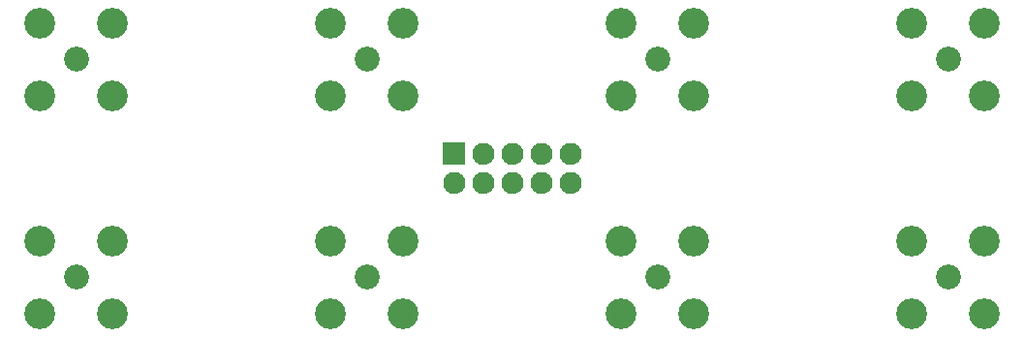
<source format=gbr>
G04 start of page 7 for group -4062 idx -4062 *
G04 Title: (unknown), soldermask *
G04 Creator: pcb 20140316 *
G04 CreationDate: Tue 28 Aug 2018 06:00:51 PM GMT UTC *
G04 For: thomasc *
G04 Format: Gerber/RS-274X *
G04 PCB-Dimensions (mil): 3800.00 1250.00 *
G04 PCB-Coordinate-Origin: lower left *
%MOIN*%
%FSLAX25Y25*%
%LNBOTTOMMASK*%
%ADD42C,0.1060*%
%ADD41C,0.0860*%
%ADD40C,0.0001*%
%ADD39C,0.0760*%
G54D39*X170000Y57500D03*
G54D40*G36*
X166200Y71300D02*Y63700D01*
X173800D01*
Y71300D01*
X166200D01*
G37*
G54D39*X180000Y57500D03*
Y67500D03*
X190000Y57500D03*
Y67500D03*
X200000Y57500D03*
Y67500D03*
X210000Y57500D03*
Y67500D03*
G54D41*X140000Y25000D03*
G54D42*X127500Y37500D03*
X152500D03*
Y12500D03*
X127500D03*
G54D41*X140000Y100000D03*
G54D42*X127500Y112500D03*
X152500D03*
Y87500D03*
X127500D03*
G54D41*X40000Y100000D03*
Y25000D03*
G54D42*X27500Y112500D03*
Y87500D03*
Y37500D03*
Y12500D03*
X52500Y112500D03*
Y87500D03*
Y37500D03*
Y12500D03*
G54D41*X240000Y100000D03*
G54D42*X227500Y112500D03*
X252500D03*
Y87500D03*
X227500D03*
G54D41*X340000Y100000D03*
G54D42*X327500Y112500D03*
X352500D03*
Y87500D03*
X327500D03*
G54D41*X240000Y25000D03*
G54D42*X227500Y37500D03*
X252500D03*
Y12500D03*
X227500D03*
G54D41*X340000Y25000D03*
G54D42*X327500Y37500D03*
X352500D03*
Y12500D03*
X327500D03*
M02*

</source>
